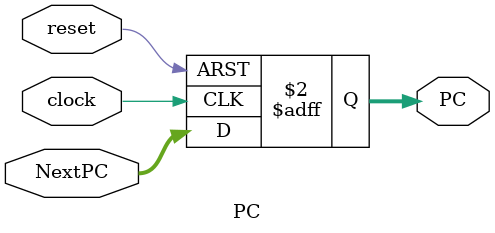
<source format=v>


module PC(
    input clock,
    input reset,
    input [31:0] NextPC,
    output reg[31:0] PC
    );
    
    always @ (posedge clock,posedge reset)
        if(reset)
            PC <= 32'h00400000;
        else
            PC <= NextPC;
    
endmodule

</source>
